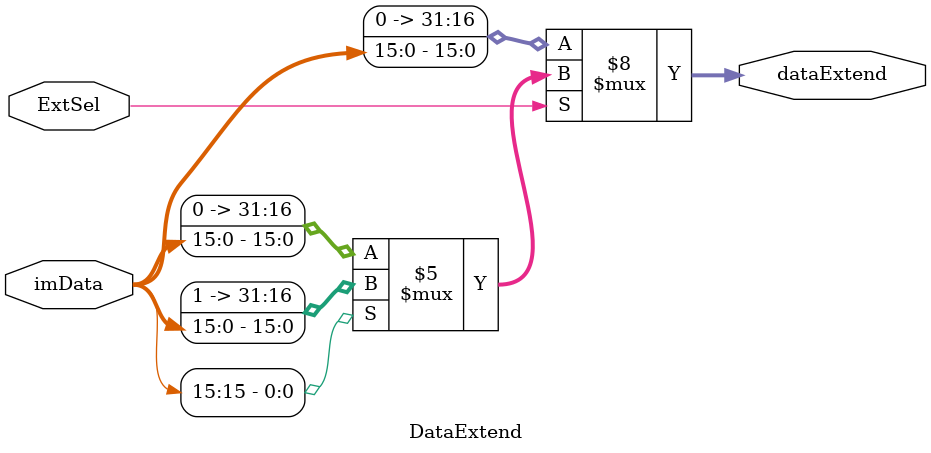
<source format=v>
`timescale 1ns / 1ps


module DataExtend(
	input [15:0]imData,
	input ExtSel,
	output reg[31:0]dataExtend
	);
	
	always @(ExtSel or imData) begin
        if(ExtSel == 0)
            dataExtend <= {16'h0000,imData};
		else begin
		    if(imData[15] == 0)
                dataExtend <= {16'h0000,imData};
            else begin
                dataExtend <= {16'hffff,imData};
                $display("%h",dataExtend);
            end
        end
	end

endmodule

</source>
